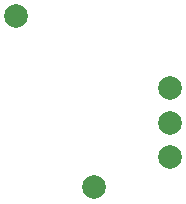
<source format=gbp>
%FSLAX25Y25*%
%MOIN*%
G70*
G01*
G75*
G04 Layer_Color=128*
%ADD10C,0.07874*%
%ADD11R,0.05315X0.03150*%
%ADD12C,0.03000*%
%ADD13C,0.05906*%
%ADD14C,0.08674*%
%ADD15R,0.06115X0.03950*%
%ADD16C,0.06706*%
D10*
X159157Y154000D02*
D03*
X134031Y121000D02*
D03*
X107968Y178000D02*
D03*
X159157Y142500D02*
D03*
Y131000D02*
D03*
M02*

</source>
